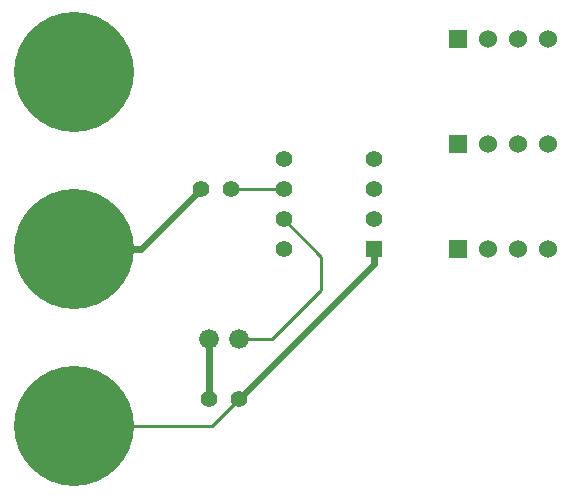
<source format=gtl>
G04 (created by PCBNEW-RS274X (2012-apr-16-27)-stable) date sáb 27 may 2017 18:23:09 VET*
G01*
G70*
G90*
%MOIN*%
G04 Gerber Fmt 3.4, Leading zero omitted, Abs format*
%FSLAX34Y34*%
G04 APERTURE LIST*
%ADD10C,0.006000*%
%ADD11C,0.055000*%
%ADD12C,0.066000*%
%ADD13R,0.055000X0.055000*%
%ADD14C,0.400000*%
%ADD15R,0.060000X0.060000*%
%ADD16C,0.060000*%
%ADD17C,0.010000*%
%ADD18C,0.024000*%
G04 APERTURE END LIST*
G54D10*
G54D11*
X63750Y-33500D03*
X64750Y-33500D03*
X64000Y-40500D03*
X65000Y-40500D03*
G54D12*
X64000Y-38500D03*
X65000Y-38500D03*
G54D13*
X69500Y-35500D03*
G54D11*
X69500Y-34500D03*
X69500Y-33500D03*
X69500Y-32500D03*
X66500Y-32500D03*
X66500Y-33500D03*
X66500Y-34500D03*
X66500Y-35500D03*
G54D14*
X59500Y-41400D03*
X59500Y-29600D03*
X59500Y-35500D03*
G54D15*
X72300Y-32000D03*
G54D16*
X73300Y-32000D03*
X74300Y-32000D03*
X75300Y-32000D03*
G54D15*
X72300Y-28500D03*
G54D16*
X73300Y-28500D03*
X74300Y-28500D03*
X75300Y-28500D03*
G54D15*
X72300Y-35500D03*
G54D16*
X73300Y-35500D03*
X74300Y-35500D03*
X75300Y-35500D03*
G54D17*
X64750Y-33500D02*
X66500Y-33500D01*
G54D18*
X59500Y-35500D02*
X61750Y-35500D01*
X61750Y-35500D02*
X63750Y-33500D01*
X64000Y-40500D02*
X64000Y-38500D01*
G54D17*
X65000Y-38500D02*
X66100Y-38500D01*
X67750Y-35750D02*
X66500Y-34500D01*
X67750Y-36850D02*
X67750Y-35750D01*
X66100Y-38500D02*
X67750Y-36850D01*
G54D18*
X69500Y-35500D02*
X69500Y-36000D01*
X69500Y-36000D02*
X65000Y-40500D01*
G54D17*
X59500Y-41400D02*
X64100Y-41400D01*
X64100Y-41400D02*
X65000Y-40500D01*
M02*

</source>
